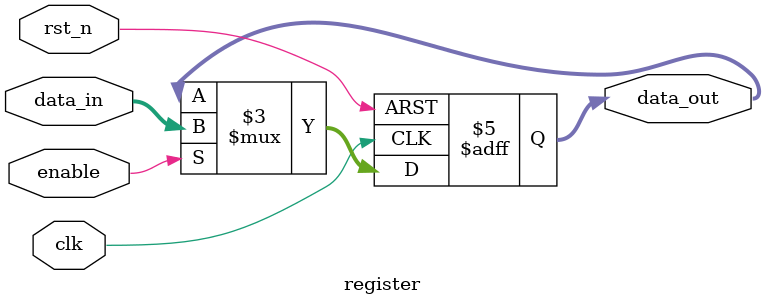
<source format=v>
module register (
    input clk,
    input rst_n,
    input enable,
    input [7:0] data_in,
    output reg [7:0] data_out
);

always @(posedge clk or negedge rst_n) begin
    if (!rst_n)
        data_out <= 8'b0;
    else if (enable)
        data_out <= data_in;
end

endmodule

</source>
